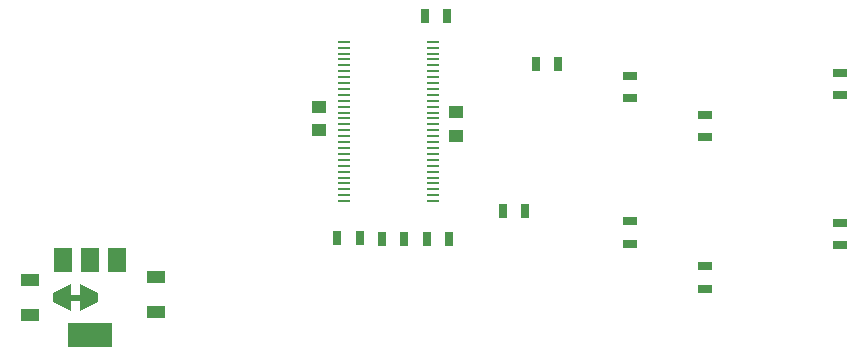
<source format=gtp>
G04 #@! TF.FileFunction,Paste,Top*
%FSLAX46Y46*%
G04 Gerber Fmt 4.6, Leading zero omitted, Abs format (unit mm)*
G04 Created by KiCad (PCBNEW 4.0.6-e0-6349~53~ubuntu16.04.1) date Sat Apr 29 18:22:20 2017*
%MOMM*%
%LPD*%
G01*
G04 APERTURE LIST*
%ADD10C,0.100000*%
%ADD11R,1.600000X1.000000*%
%ADD12R,1.250000X1.000000*%
%ADD13R,1.524000X0.508000*%
%ADD14R,0.700000X1.300000*%
%ADD15R,1.300000X0.700000*%
%ADD16R,3.800000X2.000000*%
%ADD17R,1.500000X2.000000*%
%ADD18R,1.100000X0.140000*%
G04 APERTURE END LIST*
D10*
D11*
X67564000Y-113816000D03*
X67564000Y-116816000D03*
X78232000Y-116562000D03*
X78232000Y-113562000D03*
D12*
X92049600Y-101161600D03*
X92049600Y-99161600D03*
X103657400Y-99600000D03*
X103657400Y-101600000D03*
D10*
G36*
X71755000Y-116459000D02*
X71755000Y-114173000D01*
X73279000Y-114935000D01*
X73279000Y-115697000D01*
X71755000Y-116459000D01*
X71755000Y-116459000D01*
G37*
G36*
X70993000Y-114173000D02*
X70993000Y-116459000D01*
X69469000Y-115697000D01*
X69469000Y-114935000D01*
X70993000Y-114173000D01*
X70993000Y-114173000D01*
G37*
D13*
X71374000Y-115316000D03*
D14*
X93578600Y-110286800D03*
X95478600Y-110286800D03*
X103068200Y-110363000D03*
X101168200Y-110363000D03*
X97358200Y-110363000D03*
X99258200Y-110363000D03*
D15*
X118364000Y-108844000D03*
X118364000Y-110744000D03*
D14*
X107574000Y-107950000D03*
X109474000Y-107950000D03*
D15*
X136144000Y-108966000D03*
X136144000Y-110866000D03*
X124714000Y-112654000D03*
X124714000Y-114554000D03*
D14*
X102870000Y-91440000D03*
X100970000Y-91440000D03*
D15*
X124714000Y-101722000D03*
X124714000Y-99822000D03*
X136144000Y-98166000D03*
X136144000Y-96266000D03*
D14*
X112268000Y-95504000D03*
X110368000Y-95504000D03*
D15*
X118364000Y-98420000D03*
X118364000Y-96520000D03*
D16*
X72644000Y-118466000D03*
D17*
X72644000Y-112166000D03*
X70344000Y-112166000D03*
X74944000Y-112166000D03*
D18*
X94167000Y-93657400D03*
X94167000Y-94157400D03*
X94167000Y-94657400D03*
X94167000Y-95157400D03*
X94167000Y-95657400D03*
X94167000Y-96157400D03*
X94167000Y-96657400D03*
X94167000Y-97157400D03*
X94167000Y-97657400D03*
X94167000Y-98157400D03*
X94167000Y-98657400D03*
X94167000Y-99157400D03*
X94167000Y-99657400D03*
X94167000Y-100157400D03*
X94167000Y-100657400D03*
X94167000Y-101157400D03*
X94167000Y-101657400D03*
X94167000Y-102157400D03*
X94167000Y-102657400D03*
X94167000Y-103157400D03*
X94167000Y-103657400D03*
X94167000Y-104157400D03*
X94167000Y-104657400D03*
X94167000Y-105157400D03*
X94167000Y-105657400D03*
X94167000Y-106157400D03*
X94167000Y-106657400D03*
X94167000Y-107157400D03*
X101667000Y-107157400D03*
X101667000Y-106657400D03*
X101667000Y-106157400D03*
X101667000Y-105657400D03*
X101667000Y-105157400D03*
X101667000Y-104657400D03*
X101667000Y-104157400D03*
X101667000Y-103657400D03*
X101667000Y-103157400D03*
X101667000Y-102657400D03*
X101667000Y-102157400D03*
X101667000Y-101657400D03*
X101667000Y-101157400D03*
X101667000Y-100657400D03*
X101667000Y-100157400D03*
X101667000Y-99657400D03*
X101667000Y-99157400D03*
X101667000Y-98657400D03*
X101667000Y-98157400D03*
X101667000Y-97657400D03*
X101667000Y-97157400D03*
X101667000Y-96657400D03*
X101667000Y-96157400D03*
X101667000Y-95657400D03*
X101667000Y-95157400D03*
X101667000Y-94657400D03*
X101667000Y-94157400D03*
X101667000Y-93657400D03*
M02*

</source>
